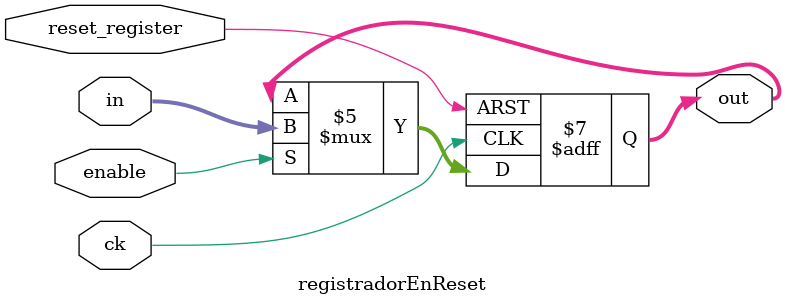
<source format=sv>
module registradorEnReset(ck, reset_register, enable, in, out);
	
	input logic ck, reset_register, enable;
	input logic[31:0] in;
	output logic[31:0] out;
	
	always@(posedge ck or posedge reset_register) begin
		if(reset_register == 1'b1) begin
			out = 32'b0;
		end
		else if(enable == 1'b1) begin
			out = in;
		end
	end
	
endmodule
</source>
